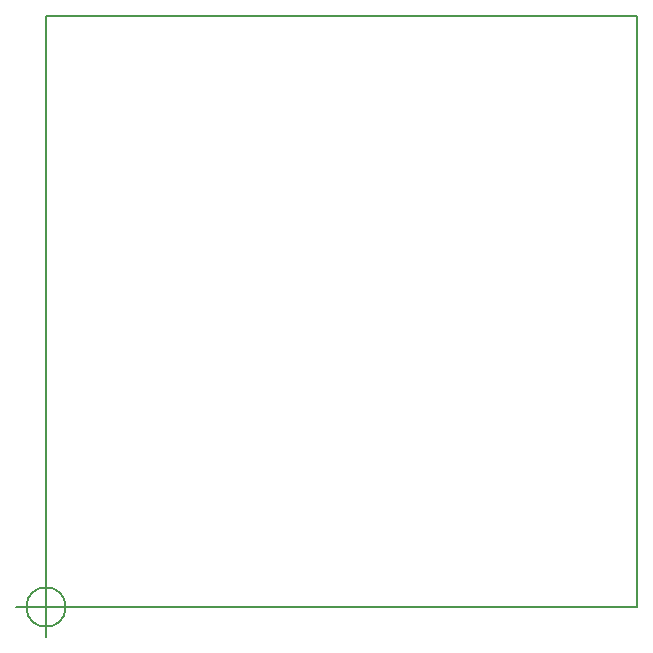
<source format=gm1>
G04 #@! TF.FileFunction,Profile,NP*
%FSLAX46Y46*%
G04 Gerber Fmt 4.6, Leading zero omitted, Abs format (unit mm)*
G04 Created by KiCad (PCBNEW 4.0.2-stable) date 3/20/2016 1:32:16 PM*
%MOMM*%
G01*
G04 APERTURE LIST*
%ADD10C,0.100000*%
%ADD11C,0.150000*%
G04 APERTURE END LIST*
D10*
D11*
X118666666Y-120000000D02*
G75*
G03X118666666Y-120000000I-1666666J0D01*
G01*
X114500000Y-120000000D02*
X119500000Y-120000000D01*
X117000000Y-117500000D02*
X117000000Y-122500000D01*
X118666666Y-120000000D02*
G75*
G03X118666666Y-120000000I-1666666J0D01*
G01*
X114500000Y-120000000D02*
X119500000Y-120000000D01*
X117000000Y-117500000D02*
X117000000Y-122500000D01*
X117000000Y-90000000D02*
X117000000Y-120000000D01*
X167000000Y-95000000D02*
X167000000Y-70000000D01*
X117000000Y-90000000D02*
X117000000Y-70000000D01*
X167000000Y-95000000D02*
X167000000Y-120000000D01*
X118666666Y-120000000D02*
G75*
G03X118666666Y-120000000I-1666666J0D01*
G01*
X114500000Y-120000000D02*
X119500000Y-120000000D01*
X117000000Y-117500000D02*
X117000000Y-122500000D01*
X167000000Y-120000000D02*
X117000000Y-120000000D01*
X117000000Y-70000000D02*
X167000000Y-70000000D01*
M02*

</source>
